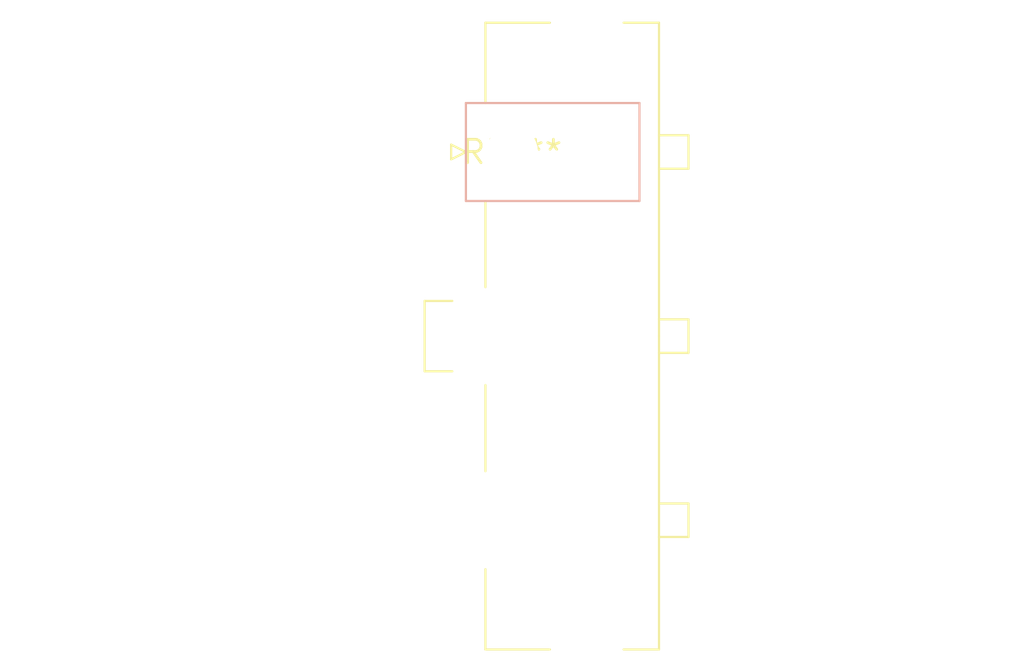
<source format=kicad_pcb>
(kicad_pcb (version 20240108) (generator pcbnew)
  (layers (0 "F.Cu" signal) (31 "B.Cu" signal) (34 "B.Paste" user) (35 "F.Paste" user) (36 "B.SilkS" user "B.Silkscreen") (37 "F.SilkS" user "F.Silkscreen") (38 "B.Mask" user) (39 "F.Mask" user) (44 "Edge.Cuts" user))
  (net 0 "")
  (footprint "Molex_Mini-Fit_Sr_42819-32XX_1x03_P10.00mm_Vertical" (layer "F.Cu") (at 0 0)
    (property "Reference" "REF**")
    (property "Value" "Molex_Mini-Fit_Sr_42819-32XX_1x03_P10.00mm_Vertical")
    (fp_line (start -2.51 -2.66) (end -2.51 2.66) (layer "B.SilkS") (stroke (width 0.12)))
    (fp_line (start -2.51 2.66) (end 6.91 2.66) (layer "B.SilkS") (stroke (width 0.12)))
    (fp_line (start 6.91 -2.66) (end -2.51 -2.66) (layer "B.SilkS") (stroke (width 0.12)))
    (fp_line (start 6.91 2.66) (end 6.91 -2.66) (layer "B.SilkS") (stroke (width 0.12)))
    (fp_line (start -4.75 8.09) (end -4.75 11.91) (layer "F.SilkS") (stroke (width 0.12)))
    (fp_line (start -4.75 11.91) (end -3.25 11.91) (layer "F.SilkS") (stroke (width 0.12)))
    (fp_line (start -3.31 -0.4) (end -3.31 0.4) (layer "F.SilkS") (stroke (width 0.12)))
    (fp_line (start -3.31 0.4) (end -2.51 0) (layer "F.SilkS") (stroke (width 0.12)))
    (fp_line (start -3.25 8.09) (end -4.75 8.09) (layer "F.SilkS") (stroke (width 0.12)))
    (fp_line (start -2.51 0) (end -3.31 -0.4) (layer "F.SilkS") (stroke (width 0.12)))
    (fp_line (start -1.45 -7.02) (end 2.05 -7.02) (layer "F.SilkS") (stroke (width 0.12)))
    (fp_line (start -1.45 -2.66) (end -1.45 -7.02) (layer "F.SilkS") (stroke (width 0.12)))
    (fp_line (start -1.45 2.66) (end -1.45 7.34) (layer "F.SilkS") (stroke (width 0.12)))
    (fp_line (start -1.45 12.66) (end -1.45 17.34) (layer "F.SilkS") (stroke (width 0.12)))
    (fp_line (start -1.45 22.66) (end -1.45 27.02) (layer "F.SilkS") (stroke (width 0.12)))
    (fp_line (start -1.45 27.02) (end 2.05 27.02) (layer "F.SilkS") (stroke (width 0.12)))
    (fp_line (start 6.05 -7.02) (end 7.97 -7.02) (layer "F.SilkS") (stroke (width 0.12)))
    (fp_line (start 6.05 27.02) (end 7.97 27.02) (layer "F.SilkS") (stroke (width 0.12)))
    (fp_line (start 7.97 -7.02) (end 7.97 10) (layer "F.SilkS") (stroke (width 0.12)))
    (fp_line (start 7.97 -0.91) (end 9.57 -0.91) (layer "F.SilkS") (stroke (width 0.12)))
    (fp_line (start 7.97 9.09) (end 9.57 9.09) (layer "F.SilkS") (stroke (width 0.12)))
    (fp_line (start 7.97 19.09) (end 9.57 19.09) (layer "F.SilkS") (stroke (width 0.12)))
    (fp_line (start 7.97 27.02) (end 7.97 10) (layer "F.SilkS") (stroke (width 0.12)))
    (fp_line (start 9.57 -0.91) (end 9.57 0.91) (layer "F.SilkS") (stroke (width 0.12)))
    (fp_line (start 9.57 0.91) (end 7.97 0.91) (layer "F.SilkS") (stroke (width 0.12)))
    (fp_line (start 9.57 9.09) (end 9.57 10.91) (layer "F.SilkS") (stroke (width 0.12)))
    (fp_line (start 9.57 10.91) (end 7.97 10.91) (layer "F.SilkS") (stroke (width 0.12)))
    (fp_line (start 9.57 19.09) (end 9.57 20.91) (layer "F.SilkS") (stroke (width 0.12)))
    (fp_line (start 9.57 20.91) (end 7.97 20.91) (layer "F.SilkS") (stroke (width 0.12)))
    (pad "" thru_hole circle (at 4.05 -5.73) (size 4 4) (drill 3) (layers *.Cu *.Mask) (remove_unused_layers))
    (pad "" thru_hole circle (at 4.05 25.73) (size 4 4) (drill 3) (layers *.Cu *.Mask) (remove_unused_layers))
    (pad "1" thru_hole rect (at 0 0) (size 4.5 4.8) (drill 2.8) (layers *.Cu *.Mask) (remove_unused_layers))
    (pad "1" thru_hole rect (at 4.4 0) (size 4.5 4.8) (drill 2.8) (layers *.Cu *.Mask) (remove_unused_layers))
    (pad "2" thru_hole rect (at 0 10) (size 4.5 4.8) (drill 2.8) (layers *.Cu *.Mask) (remove_unused_layers))
    (pad "2" thru_hole rect (at 4.4 10) (size 4.5 4.8) (drill 2.8) (layers *.Cu *.Mask) (remove_unused_layers))
    (pad "3" thru_hole rect (at 0 20) (size 4.5 4.8) (drill 2.8) (layers *.Cu *.Mask) (remove_unused_layers))
    (pad "3" thru_hole rect (at 4.4 20) (size 4.5 4.8) (drill 2.8) (layers *.Cu *.Mask) (remove_unused_layers))
  )
)
</source>
